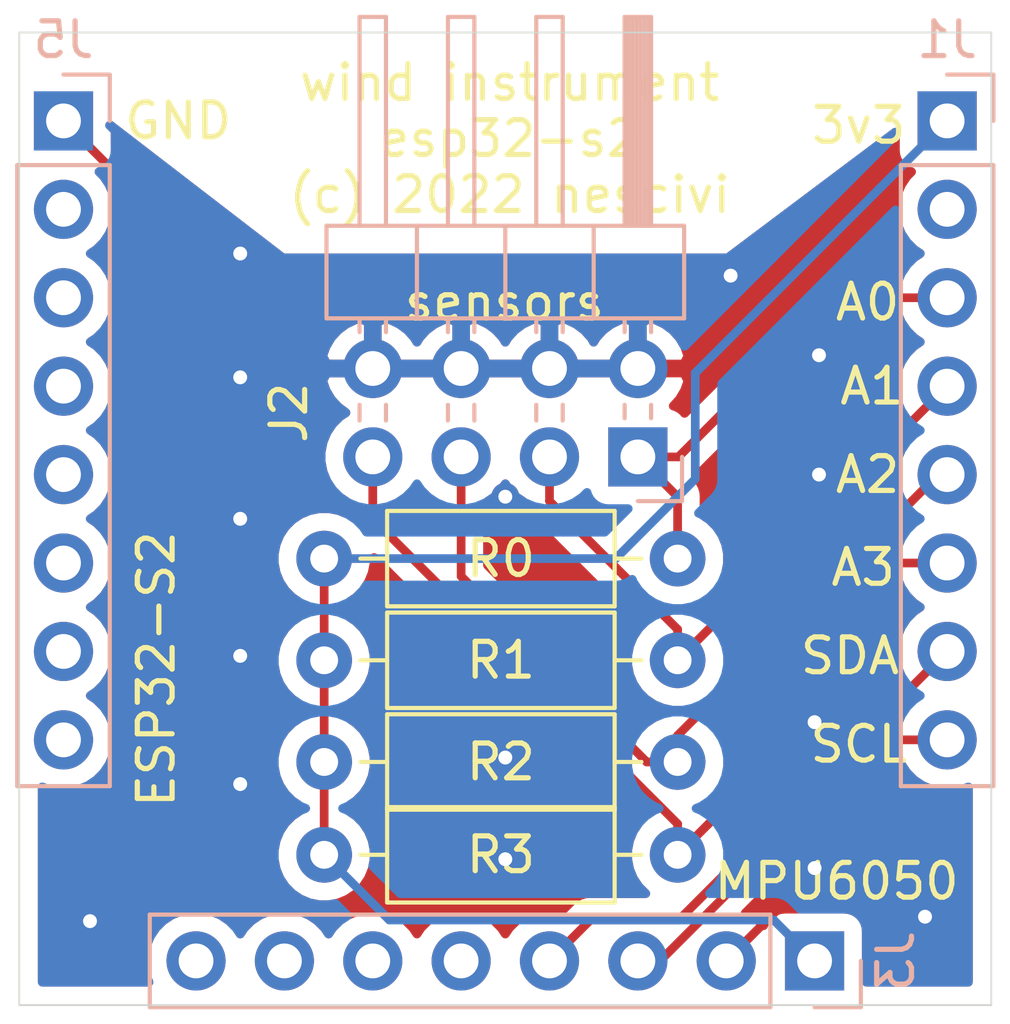
<source format=kicad_pcb>
(kicad_pcb (version 20171130) (host pcbnew 5.1.6-c6e7f7d~87~ubuntu18.04.1)

  (general
    (thickness 1.6)
    (drawings 13)
    (tracks 66)
    (zones 0)
    (modules 8)
    (nets 21)
  )

  (page A4)
  (layers
    (0 F.Cu signal)
    (31 B.Cu signal)
    (32 B.Adhes user)
    (33 F.Adhes user)
    (34 B.Paste user)
    (35 F.Paste user)
    (36 B.SilkS user)
    (37 F.SilkS user)
    (38 B.Mask user)
    (39 F.Mask user)
    (40 Dwgs.User user)
    (41 Cmts.User user)
    (42 Eco1.User user)
    (43 Eco2.User user)
    (44 Edge.Cuts user)
    (45 Margin user)
    (46 B.CrtYd user)
    (47 F.CrtYd user)
    (48 B.Fab user)
    (49 F.Fab user)
  )

  (setup
    (last_trace_width 0.25)
    (trace_clearance 0.2)
    (zone_clearance 0.508)
    (zone_45_only no)
    (trace_min 0.2)
    (via_size 0.8)
    (via_drill 0.4)
    (via_min_size 0.4)
    (via_min_drill 0.3)
    (uvia_size 0.3)
    (uvia_drill 0.1)
    (uvias_allowed no)
    (uvia_min_size 0.2)
    (uvia_min_drill 0.1)
    (edge_width 0.05)
    (segment_width 0.2)
    (pcb_text_width 0.3)
    (pcb_text_size 1.5 1.5)
    (mod_edge_width 0.12)
    (mod_text_size 1 1)
    (mod_text_width 0.15)
    (pad_size 1.524 1.524)
    (pad_drill 0.762)
    (pad_to_mask_clearance 0.05)
    (aux_axis_origin 0 0)
    (grid_origin 64.77 67.31)
    (visible_elements FFFFFF7F)
    (pcbplotparams
      (layerselection 0x010fc_ffffffff)
      (usegerberextensions false)
      (usegerberattributes true)
      (usegerberadvancedattributes true)
      (creategerberjobfile true)
      (excludeedgelayer true)
      (linewidth 0.100000)
      (plotframeref false)
      (viasonmask false)
      (mode 1)
      (useauxorigin false)
      (hpglpennumber 1)
      (hpglpenspeed 20)
      (hpglpendiameter 15.000000)
      (psnegative false)
      (psa4output false)
      (plotreference true)
      (plotvalue true)
      (plotinvisibletext false)
      (padsonsilk false)
      (subtractmaskfromsilk false)
      (outputformat 1)
      (mirror false)
      (drillshape 0)
      (scaleselection 1)
      (outputdirectory "gerber/"))
  )

  (net 0 "")
  (net 1 "Net-(J1-Pad2)")
  (net 2 "Net-(J3-Pad8)")
  (net 3 "Net-(J3-Pad7)")
  (net 4 "Net-(J3-Pad6)")
  (net 5 "Net-(J3-Pad5)")
  (net 6 "Net-(J5-Pad2)")
  (net 7 "Net-(J5-Pad3)")
  (net 8 "Net-(J5-Pad4)")
  (net 9 "Net-(J5-Pad5)")
  (net 10 "Net-(J5-Pad6)")
  (net 11 "Net-(J5-Pad7)")
  (net 12 "Net-(J5-Pad8)")
  (net 13 +3V3)
  (net 14 GND)
  (net 15 /A0)
  (net 16 /A1)
  (net 17 /A2)
  (net 18 /A3)
  (net 19 /SCL)
  (net 20 /SDA)

  (net_class Default "This is the default net class."
    (clearance 0.2)
    (trace_width 0.25)
    (via_dia 0.8)
    (via_drill 0.4)
    (uvia_dia 0.3)
    (uvia_drill 0.1)
    (add_net +3V3)
    (add_net /A0)
    (add_net /A1)
    (add_net /A2)
    (add_net /A3)
    (add_net /SCL)
    (add_net /SDA)
    (add_net GND)
    (add_net "Net-(J1-Pad2)")
    (add_net "Net-(J3-Pad5)")
    (add_net "Net-(J3-Pad6)")
    (add_net "Net-(J3-Pad7)")
    (add_net "Net-(J3-Pad8)")
    (add_net "Net-(J5-Pad2)")
    (add_net "Net-(J5-Pad3)")
    (add_net "Net-(J5-Pad4)")
    (add_net "Net-(J5-Pad5)")
    (add_net "Net-(J5-Pad6)")
    (add_net "Net-(J5-Pad7)")
    (add_net "Net-(J5-Pad8)")
  )

  (module Pinheader_2.54mm:PinHeader_1x08_P2.54mm_Vertical (layer B.Cu) (tedit 59FED5CC) (tstamp 629A5818)
    (at 87.63 66.04 90)
    (descr "Through hole straight pin header, 1x08, 2.54mm pitch, single row")
    (tags "Through hole pin header THT 1x08 2.54mm single row")
    (path /629A523B)
    (fp_text reference J3 (at 0 2.33 270) (layer B.SilkS)
      (effects (font (size 1 1) (thickness 0.15)) (justify mirror))
    )
    (fp_text value MPU6050 (at 2.286 0.635 180) (layer F.SilkS)
      (effects (font (size 1 1) (thickness 0.15)))
    )
    (fp_text user %R (at 0 -8.89) (layer B.Fab)
      (effects (font (size 1 1) (thickness 0.15)) (justify mirror))
    )
    (fp_line (start 1.8 1.8) (end -1.8 1.8) (layer B.CrtYd) (width 0.05))
    (fp_line (start 1.8 -19.55) (end 1.8 1.8) (layer B.CrtYd) (width 0.05))
    (fp_line (start -1.8 -19.55) (end 1.8 -19.55) (layer B.CrtYd) (width 0.05))
    (fp_line (start -1.8 1.8) (end -1.8 -19.55) (layer B.CrtYd) (width 0.05))
    (fp_line (start -1.33 1.33) (end 0 1.33) (layer B.SilkS) (width 0.12))
    (fp_line (start -1.33 0) (end -1.33 1.33) (layer B.SilkS) (width 0.12))
    (fp_line (start -1.33 -1.27) (end 1.33 -1.27) (layer B.SilkS) (width 0.12))
    (fp_line (start 1.33 -1.27) (end 1.33 -19.11) (layer B.SilkS) (width 0.12))
    (fp_line (start -1.33 -1.27) (end -1.33 -19.11) (layer B.SilkS) (width 0.12))
    (fp_line (start -1.33 -19.11) (end 1.33 -19.11) (layer B.SilkS) (width 0.12))
    (fp_line (start -1.27 0.635) (end -0.635 1.27) (layer B.Fab) (width 0.1))
    (fp_line (start -1.27 -19.05) (end -1.27 0.635) (layer B.Fab) (width 0.1))
    (fp_line (start 1.27 -19.05) (end -1.27 -19.05) (layer B.Fab) (width 0.1))
    (fp_line (start 1.27 1.27) (end 1.27 -19.05) (layer B.Fab) (width 0.1))
    (fp_line (start -0.635 1.27) (end 1.27 1.27) (layer B.Fab) (width 0.1))
    (pad 1 thru_hole rect (at 0 0 90) (size 1.7 1.7) (drill 1) (layers *.Cu *.Mask)
      (net 13 +3V3))
    (pad 2 thru_hole oval (at 0 -2.54 90) (size 1.7 1.7) (drill 1) (layers *.Cu *.Mask)
      (net 14 GND))
    (pad 3 thru_hole oval (at 0 -5.08 90) (size 1.7 1.7) (drill 1) (layers *.Cu *.Mask)
      (net 19 /SCL))
    (pad 4 thru_hole oval (at 0 -7.62 90) (size 1.7 1.7) (drill 1) (layers *.Cu *.Mask)
      (net 20 /SDA))
    (pad 5 thru_hole oval (at 0 -10.16 90) (size 1.7 1.7) (drill 1) (layers *.Cu *.Mask)
      (net 5 "Net-(J3-Pad5)"))
    (pad 6 thru_hole oval (at 0 -12.7 90) (size 1.7 1.7) (drill 1) (layers *.Cu *.Mask)
      (net 4 "Net-(J3-Pad6)"))
    (pad 7 thru_hole oval (at 0 -15.24 90) (size 1.7 1.7) (drill 1) (layers *.Cu *.Mask)
      (net 3 "Net-(J3-Pad7)"))
    (pad 8 thru_hole oval (at 0 -17.78 90) (size 1.7 1.7) (drill 1) (layers *.Cu *.Mask)
      (net 2 "Net-(J3-Pad8)"))
    (model ${KISYS3DMOD}/Connector_PinHeader_2.54mm.3dshapes/PinHeader_1x08_P2.54mm_Vertical.wrl
      (at (xyz 0 0 0))
      (scale (xyz 1 1 1))
      (rotate (xyz 0 0 0))
    )
  )

  (module Pinheader_2.54mm:PinHeader_2x04_P2.54mm_Horizontal (layer B.Cu) (tedit 59FED5CB) (tstamp 629A7F9A)
    (at 82.55 51.562 90)
    (descr "Through hole angled pin header, 2x04, 2.54mm pitch, 6mm pin length, double rows")
    (tags "Through hole angled pin header THT 2x04 2.54mm double row")
    (path /629C649E)
    (fp_text reference J2 (at 1.27 -10.033 90) (layer F.SilkS)
      (effects (font (size 1 1) (thickness 0.15)))
    )
    (fp_text value sensors (at 4.445 -3.8354 180) (layer F.SilkS)
      (effects (font (size 1 1) (thickness 0.15)))
    )
    (fp_line (start 13.1 1.8) (end -1.8 1.8) (layer B.CrtYd) (width 0.05))
    (fp_line (start 13.1 -9.4) (end 13.1 1.8) (layer B.CrtYd) (width 0.05))
    (fp_line (start -1.8 -9.4) (end 13.1 -9.4) (layer B.CrtYd) (width 0.05))
    (fp_line (start -1.8 1.8) (end -1.8 -9.4) (layer B.CrtYd) (width 0.05))
    (fp_line (start -1.27 1.27) (end 0 1.27) (layer B.SilkS) (width 0.12))
    (fp_line (start -1.27 0) (end -1.27 1.27) (layer B.SilkS) (width 0.12))
    (fp_line (start 1.042929 -8) (end 1.497071 -8) (layer B.SilkS) (width 0.12))
    (fp_line (start 1.042929 -7.24) (end 1.497071 -7.24) (layer B.SilkS) (width 0.12))
    (fp_line (start 3.582929 -8) (end 3.98 -8) (layer B.SilkS) (width 0.12))
    (fp_line (start 3.582929 -7.24) (end 3.98 -7.24) (layer B.SilkS) (width 0.12))
    (fp_line (start 12.64 -8) (end 6.64 -8) (layer B.SilkS) (width 0.12))
    (fp_line (start 12.64 -7.24) (end 12.64 -8) (layer B.SilkS) (width 0.12))
    (fp_line (start 6.64 -7.24) (end 12.64 -7.24) (layer B.SilkS) (width 0.12))
    (fp_line (start 3.98 -6.35) (end 6.64 -6.35) (layer B.SilkS) (width 0.12))
    (fp_line (start 1.042929 -5.46) (end 1.497071 -5.46) (layer B.SilkS) (width 0.12))
    (fp_line (start 1.042929 -4.7) (end 1.497071 -4.7) (layer B.SilkS) (width 0.12))
    (fp_line (start 3.582929 -5.46) (end 3.98 -5.46) (layer B.SilkS) (width 0.12))
    (fp_line (start 3.582929 -4.7) (end 3.98 -4.7) (layer B.SilkS) (width 0.12))
    (fp_line (start 12.64 -5.46) (end 6.64 -5.46) (layer B.SilkS) (width 0.12))
    (fp_line (start 12.64 -4.7) (end 12.64 -5.46) (layer B.SilkS) (width 0.12))
    (fp_line (start 6.64 -4.7) (end 12.64 -4.7) (layer B.SilkS) (width 0.12))
    (fp_line (start 3.98 -3.81) (end 6.64 -3.81) (layer B.SilkS) (width 0.12))
    (fp_line (start 1.042929 -2.92) (end 1.497071 -2.92) (layer B.SilkS) (width 0.12))
    (fp_line (start 1.042929 -2.16) (end 1.497071 -2.16) (layer B.SilkS) (width 0.12))
    (fp_line (start 3.582929 -2.92) (end 3.98 -2.92) (layer B.SilkS) (width 0.12))
    (fp_line (start 3.582929 -2.16) (end 3.98 -2.16) (layer B.SilkS) (width 0.12))
    (fp_line (start 12.64 -2.92) (end 6.64 -2.92) (layer B.SilkS) (width 0.12))
    (fp_line (start 12.64 -2.16) (end 12.64 -2.92) (layer B.SilkS) (width 0.12))
    (fp_line (start 6.64 -2.16) (end 12.64 -2.16) (layer B.SilkS) (width 0.12))
    (fp_line (start 3.98 -1.27) (end 6.64 -1.27) (layer B.SilkS) (width 0.12))
    (fp_line (start 1.11 -0.38) (end 1.497071 -0.38) (layer B.SilkS) (width 0.12))
    (fp_line (start 1.11 0.38) (end 1.497071 0.38) (layer B.SilkS) (width 0.12))
    (fp_line (start 3.582929 -0.38) (end 3.98 -0.38) (layer B.SilkS) (width 0.12))
    (fp_line (start 3.582929 0.38) (end 3.98 0.38) (layer B.SilkS) (width 0.12))
    (fp_line (start 6.64 -0.28) (end 12.64 -0.28) (layer B.SilkS) (width 0.12))
    (fp_line (start 6.64 -0.16) (end 12.64 -0.16) (layer B.SilkS) (width 0.12))
    (fp_line (start 6.64 -0.04) (end 12.64 -0.04) (layer B.SilkS) (width 0.12))
    (fp_line (start 6.64 0.08) (end 12.64 0.08) (layer B.SilkS) (width 0.12))
    (fp_line (start 6.64 0.2) (end 12.64 0.2) (layer B.SilkS) (width 0.12))
    (fp_line (start 6.64 0.32) (end 12.64 0.32) (layer B.SilkS) (width 0.12))
    (fp_line (start 12.64 -0.38) (end 6.64 -0.38) (layer B.SilkS) (width 0.12))
    (fp_line (start 12.64 0.38) (end 12.64 -0.38) (layer B.SilkS) (width 0.12))
    (fp_line (start 6.64 0.38) (end 12.64 0.38) (layer B.SilkS) (width 0.12))
    (fp_line (start 6.64 1.33) (end 3.98 1.33) (layer B.SilkS) (width 0.12))
    (fp_line (start 6.64 -8.95) (end 6.64 1.33) (layer B.SilkS) (width 0.12))
    (fp_line (start 3.98 -8.95) (end 6.64 -8.95) (layer B.SilkS) (width 0.12))
    (fp_line (start 3.98 1.33) (end 3.98 -8.95) (layer B.SilkS) (width 0.12))
    (fp_line (start 6.58 -7.94) (end 12.58 -7.94) (layer B.Fab) (width 0.1))
    (fp_line (start 12.58 -7.3) (end 12.58 -7.94) (layer B.Fab) (width 0.1))
    (fp_line (start 6.58 -7.3) (end 12.58 -7.3) (layer B.Fab) (width 0.1))
    (fp_line (start -0.32 -7.94) (end 4.04 -7.94) (layer B.Fab) (width 0.1))
    (fp_line (start -0.32 -7.3) (end -0.32 -7.94) (layer B.Fab) (width 0.1))
    (fp_line (start -0.32 -7.3) (end 4.04 -7.3) (layer B.Fab) (width 0.1))
    (fp_line (start 6.58 -5.4) (end 12.58 -5.4) (layer B.Fab) (width 0.1))
    (fp_line (start 12.58 -4.76) (end 12.58 -5.4) (layer B.Fab) (width 0.1))
    (fp_line (start 6.58 -4.76) (end 12.58 -4.76) (layer B.Fab) (width 0.1))
    (fp_line (start -0.32 -5.4) (end 4.04 -5.4) (layer B.Fab) (width 0.1))
    (fp_line (start -0.32 -4.76) (end -0.32 -5.4) (layer B.Fab) (width 0.1))
    (fp_line (start -0.32 -4.76) (end 4.04 -4.76) (layer B.Fab) (width 0.1))
    (fp_line (start 6.58 -2.86) (end 12.58 -2.86) (layer B.Fab) (width 0.1))
    (fp_line (start 12.58 -2.22) (end 12.58 -2.86) (layer B.Fab) (width 0.1))
    (fp_line (start 6.58 -2.22) (end 12.58 -2.22) (layer B.Fab) (width 0.1))
    (fp_line (start -0.32 -2.86) (end 4.04 -2.86) (layer B.Fab) (width 0.1))
    (fp_line (start -0.32 -2.22) (end -0.32 -2.86) (layer B.Fab) (width 0.1))
    (fp_line (start -0.32 -2.22) (end 4.04 -2.22) (layer B.Fab) (width 0.1))
    (fp_line (start 6.58 -0.32) (end 12.58 -0.32) (layer B.Fab) (width 0.1))
    (fp_line (start 12.58 0.32) (end 12.58 -0.32) (layer B.Fab) (width 0.1))
    (fp_line (start 6.58 0.32) (end 12.58 0.32) (layer B.Fab) (width 0.1))
    (fp_line (start -0.32 -0.32) (end 4.04 -0.32) (layer B.Fab) (width 0.1))
    (fp_line (start -0.32 0.32) (end -0.32 -0.32) (layer B.Fab) (width 0.1))
    (fp_line (start -0.32 0.32) (end 4.04 0.32) (layer B.Fab) (width 0.1))
    (fp_line (start 4.04 0.635) (end 4.675 1.27) (layer B.Fab) (width 0.1))
    (fp_line (start 4.04 -8.89) (end 4.04 0.635) (layer B.Fab) (width 0.1))
    (fp_line (start 6.58 -8.89) (end 4.04 -8.89) (layer B.Fab) (width 0.1))
    (fp_line (start 6.58 1.27) (end 6.58 -8.89) (layer B.Fab) (width 0.1))
    (fp_line (start 4.675 1.27) (end 6.58 1.27) (layer B.Fab) (width 0.1))
    (fp_text user %R (at 5.31 -3.81) (layer B.Fab)
      (effects (font (size 1 1) (thickness 0.15)) (justify mirror))
    )
    (pad 1 thru_hole rect (at 0 0 90) (size 1.7 1.7) (drill 1) (layers *.Cu *.Mask)
      (net 15 /A0))
    (pad 2 thru_hole oval (at 2.54 0 90) (size 1.7 1.7) (drill 1) (layers *.Cu *.Mask)
      (net 14 GND))
    (pad 3 thru_hole oval (at 0 -2.54 90) (size 1.7 1.7) (drill 1) (layers *.Cu *.Mask)
      (net 16 /A1))
    (pad 4 thru_hole oval (at 2.54 -2.54 90) (size 1.7 1.7) (drill 1) (layers *.Cu *.Mask)
      (net 14 GND))
    (pad 5 thru_hole oval (at 0 -5.08 90) (size 1.7 1.7) (drill 1) (layers *.Cu *.Mask)
      (net 17 /A2))
    (pad 6 thru_hole oval (at 2.54 -5.08 90) (size 1.7 1.7) (drill 1) (layers *.Cu *.Mask)
      (net 14 GND))
    (pad 7 thru_hole oval (at 0 -7.62 90) (size 1.7 1.7) (drill 1) (layers *.Cu *.Mask)
      (net 18 /A3))
    (pad 8 thru_hole oval (at 2.54 -7.62 90) (size 1.7 1.7) (drill 1) (layers *.Cu *.Mask)
      (net 14 GND))
    (model ${KISYS3DMOD}/Connector_PinHeader_2.54mm.3dshapes/PinHeader_2x04_P2.54mm_Horizontal.wrl
      (at (xyz 0 0 0))
      (scale (xyz 1 1 1))
      (rotate (xyz 0 0 0))
    )
  )

  (module Pinheader_2.54mm:PinHeader_1x08_P2.54mm_Vertical (layer B.Cu) (tedit 59FED5CC) (tstamp 629A523D)
    (at 91.44 41.91 180)
    (descr "Through hole straight pin header, 1x08, 2.54mm pitch, single row")
    (tags "Through hole pin header THT 1x08 2.54mm single row")
    (path /629A4657)
    (fp_text reference J1 (at 0 2.33) (layer B.SilkS)
      (effects (font (size 1 1) (thickness 0.15)) (justify mirror))
    )
    (fp_text value ESP32-S2 (at 2.54 -15.367 90) (layer F.Fab)
      (effects (font (size 1 1) (thickness 0.15)))
    )
    (fp_line (start 1.8 1.8) (end -1.8 1.8) (layer B.CrtYd) (width 0.05))
    (fp_line (start 1.8 -19.55) (end 1.8 1.8) (layer B.CrtYd) (width 0.05))
    (fp_line (start -1.8 -19.55) (end 1.8 -19.55) (layer B.CrtYd) (width 0.05))
    (fp_line (start -1.8 1.8) (end -1.8 -19.55) (layer B.CrtYd) (width 0.05))
    (fp_line (start -1.33 1.33) (end 0 1.33) (layer B.SilkS) (width 0.12))
    (fp_line (start -1.33 0) (end -1.33 1.33) (layer B.SilkS) (width 0.12))
    (fp_line (start -1.33 -1.27) (end 1.33 -1.27) (layer B.SilkS) (width 0.12))
    (fp_line (start 1.33 -1.27) (end 1.33 -19.11) (layer B.SilkS) (width 0.12))
    (fp_line (start -1.33 -1.27) (end -1.33 -19.11) (layer B.SilkS) (width 0.12))
    (fp_line (start -1.33 -19.11) (end 1.33 -19.11) (layer B.SilkS) (width 0.12))
    (fp_line (start -1.27 0.635) (end -0.635 1.27) (layer B.Fab) (width 0.1))
    (fp_line (start -1.27 -19.05) (end -1.27 0.635) (layer B.Fab) (width 0.1))
    (fp_line (start 1.27 -19.05) (end -1.27 -19.05) (layer B.Fab) (width 0.1))
    (fp_line (start 1.27 1.27) (end 1.27 -19.05) (layer B.Fab) (width 0.1))
    (fp_line (start -0.635 1.27) (end 1.27 1.27) (layer B.Fab) (width 0.1))
    (fp_text user %R (at 0 -8.89 270) (layer B.Fab)
      (effects (font (size 1 1) (thickness 0.15)) (justify mirror))
    )
    (pad 1 thru_hole rect (at 0 0 180) (size 1.7 1.7) (drill 1) (layers *.Cu *.Mask)
      (net 13 +3V3))
    (pad 2 thru_hole oval (at 0 -2.54 180) (size 1.7 1.7) (drill 1) (layers *.Cu *.Mask)
      (net 1 "Net-(J1-Pad2)"))
    (pad 3 thru_hole oval (at 0 -5.08 180) (size 1.7 1.7) (drill 1) (layers *.Cu *.Mask)
      (net 15 /A0))
    (pad 4 thru_hole oval (at 0 -7.62 180) (size 1.7 1.7) (drill 1) (layers *.Cu *.Mask)
      (net 16 /A1))
    (pad 5 thru_hole oval (at 0 -10.16 180) (size 1.7 1.7) (drill 1) (layers *.Cu *.Mask)
      (net 17 /A2))
    (pad 6 thru_hole oval (at 0 -12.7 180) (size 1.7 1.7) (drill 1) (layers *.Cu *.Mask)
      (net 18 /A3))
    (pad 7 thru_hole oval (at 0 -15.24 180) (size 1.7 1.7) (drill 1) (layers *.Cu *.Mask)
      (net 20 /SDA))
    (pad 8 thru_hole oval (at 0 -17.78 180) (size 1.7 1.7) (drill 1) (layers *.Cu *.Mask)
      (net 19 /SCL))
    (model ${KISYS3DMOD}/Connector_PinHeader_2.54mm.3dshapes/PinHeader_1x08_P2.54mm_Vertical.wrl
      (at (xyz 0 0 0))
      (scale (xyz 1 1 1))
      (rotate (xyz 0 0 0))
    )
  )

  (module Pinheader_2.54mm:PinHeader_1x08_P2.54mm_Vertical (layer B.Cu) (tedit 59FED5CC) (tstamp 629E29FF)
    (at 66.04 41.91 180)
    (descr "Through hole straight pin header, 1x08, 2.54mm pitch, single row")
    (tags "Through hole pin header THT 1x08 2.54mm single row")
    (path /629A4C90)
    (fp_text reference J5 (at 0 2.33) (layer B.SilkS)
      (effects (font (size 1 1) (thickness 0.15)) (justify mirror))
    )
    (fp_text value ESP32-S2 (at -2.667 -15.748 270) (layer F.SilkS)
      (effects (font (size 1 1) (thickness 0.15)))
    )
    (fp_text user %R (at 0 -8.89 270) (layer B.Fab)
      (effects (font (size 1 1) (thickness 0.15)) (justify mirror))
    )
    (fp_line (start -0.635 1.27) (end 1.27 1.27) (layer B.Fab) (width 0.1))
    (fp_line (start 1.27 1.27) (end 1.27 -19.05) (layer B.Fab) (width 0.1))
    (fp_line (start 1.27 -19.05) (end -1.27 -19.05) (layer B.Fab) (width 0.1))
    (fp_line (start -1.27 -19.05) (end -1.27 0.635) (layer B.Fab) (width 0.1))
    (fp_line (start -1.27 0.635) (end -0.635 1.27) (layer B.Fab) (width 0.1))
    (fp_line (start -1.33 -19.11) (end 1.33 -19.11) (layer B.SilkS) (width 0.12))
    (fp_line (start -1.33 -1.27) (end -1.33 -19.11) (layer B.SilkS) (width 0.12))
    (fp_line (start 1.33 -1.27) (end 1.33 -19.11) (layer B.SilkS) (width 0.12))
    (fp_line (start -1.33 -1.27) (end 1.33 -1.27) (layer B.SilkS) (width 0.12))
    (fp_line (start -1.33 0) (end -1.33 1.33) (layer B.SilkS) (width 0.12))
    (fp_line (start -1.33 1.33) (end 0 1.33) (layer B.SilkS) (width 0.12))
    (fp_line (start -1.8 1.8) (end -1.8 -19.55) (layer B.CrtYd) (width 0.05))
    (fp_line (start -1.8 -19.55) (end 1.8 -19.55) (layer B.CrtYd) (width 0.05))
    (fp_line (start 1.8 -19.55) (end 1.8 1.8) (layer B.CrtYd) (width 0.05))
    (fp_line (start 1.8 1.8) (end -1.8 1.8) (layer B.CrtYd) (width 0.05))
    (pad 8 thru_hole oval (at 0 -17.78 180) (size 1.7 1.7) (drill 1) (layers *.Cu *.Mask)
      (net 12 "Net-(J5-Pad8)"))
    (pad 7 thru_hole oval (at 0 -15.24 180) (size 1.7 1.7) (drill 1) (layers *.Cu *.Mask)
      (net 11 "Net-(J5-Pad7)"))
    (pad 6 thru_hole oval (at 0 -12.7 180) (size 1.7 1.7) (drill 1) (layers *.Cu *.Mask)
      (net 10 "Net-(J5-Pad6)"))
    (pad 5 thru_hole oval (at 0 -10.16 180) (size 1.7 1.7) (drill 1) (layers *.Cu *.Mask)
      (net 9 "Net-(J5-Pad5)"))
    (pad 4 thru_hole oval (at 0 -7.62 180) (size 1.7 1.7) (drill 1) (layers *.Cu *.Mask)
      (net 8 "Net-(J5-Pad4)"))
    (pad 3 thru_hole oval (at 0 -5.08 180) (size 1.7 1.7) (drill 1) (layers *.Cu *.Mask)
      (net 7 "Net-(J5-Pad3)"))
    (pad 2 thru_hole oval (at 0 -2.54 180) (size 1.7 1.7) (drill 1) (layers *.Cu *.Mask)
      (net 6 "Net-(J5-Pad2)"))
    (pad 1 thru_hole rect (at 0 0 180) (size 1.7 1.7) (drill 1) (layers *.Cu *.Mask)
      (net 14 GND))
    (model ${KISYS3DMOD}/Connector_PinHeader_2.54mm.3dshapes/PinHeader_1x08_P2.54mm_Vertical.wrl
      (at (xyz 0 0 0))
      (scale (xyz 1 1 1))
      (rotate (xyz 0 0 0))
    )
  )

  (module Resistors_THT:R_Axial_DIN0207_L6.3mm_D2.5mm_P10.16mm_Horizontal (layer F.Cu) (tedit 5AE5139B) (tstamp 629E32D7)
    (at 73.533 54.483)
    (descr "Resistor, Axial_DIN0207 series, Axial, Horizontal, pin pitch=10.16mm, 0.25W = 1/4W, length*diameter=6.3*2.5mm^2, http://cdn-reichelt.de/documents/datenblatt/B400/1_4W%23YAG.pdf")
    (tags "Resistor Axial_DIN0207 series Axial Horizontal pin pitch 10.16mm 0.25W = 1/4W length 6.3mm diameter 2.5mm")
    (path /629AEE42)
    (fp_text reference R0 (at 5.08 0) (layer F.SilkS)
      (effects (font (size 1 1) (thickness 0.15)))
    )
    (fp_text value R_Small (at 5.08 2.37) (layer F.Fab)
      (effects (font (size 1 1) (thickness 0.15)))
    )
    (fp_line (start 11.21 -1.5) (end -1.05 -1.5) (layer F.CrtYd) (width 0.05))
    (fp_line (start 11.21 1.5) (end 11.21 -1.5) (layer F.CrtYd) (width 0.05))
    (fp_line (start -1.05 1.5) (end 11.21 1.5) (layer F.CrtYd) (width 0.05))
    (fp_line (start -1.05 -1.5) (end -1.05 1.5) (layer F.CrtYd) (width 0.05))
    (fp_line (start 9.12 0) (end 8.35 0) (layer F.SilkS) (width 0.12))
    (fp_line (start 1.04 0) (end 1.81 0) (layer F.SilkS) (width 0.12))
    (fp_line (start 8.35 -1.37) (end 1.81 -1.37) (layer F.SilkS) (width 0.12))
    (fp_line (start 8.35 1.37) (end 8.35 -1.37) (layer F.SilkS) (width 0.12))
    (fp_line (start 1.81 1.37) (end 8.35 1.37) (layer F.SilkS) (width 0.12))
    (fp_line (start 1.81 -1.37) (end 1.81 1.37) (layer F.SilkS) (width 0.12))
    (fp_line (start 10.16 0) (end 8.23 0) (layer F.Fab) (width 0.1))
    (fp_line (start 0 0) (end 1.93 0) (layer F.Fab) (width 0.1))
    (fp_line (start 8.23 -1.25) (end 1.93 -1.25) (layer F.Fab) (width 0.1))
    (fp_line (start 8.23 1.25) (end 8.23 -1.25) (layer F.Fab) (width 0.1))
    (fp_line (start 1.93 1.25) (end 8.23 1.25) (layer F.Fab) (width 0.1))
    (fp_line (start 1.93 -1.25) (end 1.93 1.25) (layer F.Fab) (width 0.1))
    (fp_text user %R (at 5.08 0) (layer F.Fab)
      (effects (font (size 1 1) (thickness 0.15)))
    )
    (pad 1 thru_hole circle (at 0 0) (size 1.6 1.6) (drill 0.8) (layers *.Cu *.Mask)
      (net 13 +3V3))
    (pad 2 thru_hole oval (at 10.16 0) (size 1.6 1.6) (drill 0.8) (layers *.Cu *.Mask)
      (net 15 /A0))
    (model ${KISYS3DMOD}/Resistor_THT.3dshapes/R_Axial_DIN0207_L6.3mm_D2.5mm_P10.16mm_Horizontal.wrl
      (at (xyz 0 0 0))
      (scale (xyz 1 1 1))
      (rotate (xyz 0 0 0))
    )
  )

  (module Resistors_THT:R_Axial_DIN0207_L6.3mm_D2.5mm_P10.16mm_Horizontal (layer F.Cu) (tedit 5AE5139B) (tstamp 629E32ED)
    (at 73.533 57.404)
    (descr "Resistor, Axial_DIN0207 series, Axial, Horizontal, pin pitch=10.16mm, 0.25W = 1/4W, length*diameter=6.3*2.5mm^2, http://cdn-reichelt.de/documents/datenblatt/B400/1_4W%23YAG.pdf")
    (tags "Resistor Axial_DIN0207 series Axial Horizontal pin pitch 10.16mm 0.25W = 1/4W length 6.3mm diameter 2.5mm")
    (path /629AF446)
    (fp_text reference R1 (at 5.08 0) (layer F.SilkS)
      (effects (font (size 1 1) (thickness 0.15)))
    )
    (fp_text value R_Small (at 5.08 2.37) (layer F.Fab)
      (effects (font (size 1 1) (thickness 0.15)))
    )
    (fp_text user %R (at 5.08 0) (layer F.Fab)
      (effects (font (size 1 1) (thickness 0.15)))
    )
    (fp_line (start 1.93 -1.25) (end 1.93 1.25) (layer F.Fab) (width 0.1))
    (fp_line (start 1.93 1.25) (end 8.23 1.25) (layer F.Fab) (width 0.1))
    (fp_line (start 8.23 1.25) (end 8.23 -1.25) (layer F.Fab) (width 0.1))
    (fp_line (start 8.23 -1.25) (end 1.93 -1.25) (layer F.Fab) (width 0.1))
    (fp_line (start 0 0) (end 1.93 0) (layer F.Fab) (width 0.1))
    (fp_line (start 10.16 0) (end 8.23 0) (layer F.Fab) (width 0.1))
    (fp_line (start 1.81 -1.37) (end 1.81 1.37) (layer F.SilkS) (width 0.12))
    (fp_line (start 1.81 1.37) (end 8.35 1.37) (layer F.SilkS) (width 0.12))
    (fp_line (start 8.35 1.37) (end 8.35 -1.37) (layer F.SilkS) (width 0.12))
    (fp_line (start 8.35 -1.37) (end 1.81 -1.37) (layer F.SilkS) (width 0.12))
    (fp_line (start 1.04 0) (end 1.81 0) (layer F.SilkS) (width 0.12))
    (fp_line (start 9.12 0) (end 8.35 0) (layer F.SilkS) (width 0.12))
    (fp_line (start -1.05 -1.5) (end -1.05 1.5) (layer F.CrtYd) (width 0.05))
    (fp_line (start -1.05 1.5) (end 11.21 1.5) (layer F.CrtYd) (width 0.05))
    (fp_line (start 11.21 1.5) (end 11.21 -1.5) (layer F.CrtYd) (width 0.05))
    (fp_line (start 11.21 -1.5) (end -1.05 -1.5) (layer F.CrtYd) (width 0.05))
    (pad 2 thru_hole oval (at 10.16 0) (size 1.6 1.6) (drill 0.8) (layers *.Cu *.Mask)
      (net 16 /A1))
    (pad 1 thru_hole circle (at 0 0) (size 1.6 1.6) (drill 0.8) (layers *.Cu *.Mask)
      (net 13 +3V3))
    (model ${KISYS3DMOD}/Resistor_THT.3dshapes/R_Axial_DIN0207_L6.3mm_D2.5mm_P10.16mm_Horizontal.wrl
      (at (xyz 0 0 0))
      (scale (xyz 1 1 1))
      (rotate (xyz 0 0 0))
    )
  )

  (module Resistors_THT:R_Axial_DIN0207_L6.3mm_D2.5mm_P10.16mm_Horizontal (layer F.Cu) (tedit 5AE5139B) (tstamp 629E3303)
    (at 73.533 60.325)
    (descr "Resistor, Axial_DIN0207 series, Axial, Horizontal, pin pitch=10.16mm, 0.25W = 1/4W, length*diameter=6.3*2.5mm^2, http://cdn-reichelt.de/documents/datenblatt/B400/1_4W%23YAG.pdf")
    (tags "Resistor Axial_DIN0207 series Axial Horizontal pin pitch 10.16mm 0.25W = 1/4W length 6.3mm diameter 2.5mm")
    (path /629AFC32)
    (fp_text reference R2 (at 5.08 0) (layer F.SilkS)
      (effects (font (size 1 1) (thickness 0.15)))
    )
    (fp_text value R_Small (at 5.08 2.37 180) (layer F.Fab)
      (effects (font (size 1 1) (thickness 0.15)))
    )
    (fp_line (start 11.21 -1.5) (end -1.05 -1.5) (layer F.CrtYd) (width 0.05))
    (fp_line (start 11.21 1.5) (end 11.21 -1.5) (layer F.CrtYd) (width 0.05))
    (fp_line (start -1.05 1.5) (end 11.21 1.5) (layer F.CrtYd) (width 0.05))
    (fp_line (start -1.05 -1.5) (end -1.05 1.5) (layer F.CrtYd) (width 0.05))
    (fp_line (start 9.12 0) (end 8.35 0) (layer F.SilkS) (width 0.12))
    (fp_line (start 1.04 0) (end 1.81 0) (layer F.SilkS) (width 0.12))
    (fp_line (start 8.35 -1.37) (end 1.81 -1.37) (layer F.SilkS) (width 0.12))
    (fp_line (start 8.35 1.37) (end 8.35 -1.37) (layer F.SilkS) (width 0.12))
    (fp_line (start 1.81 1.37) (end 8.35 1.37) (layer F.SilkS) (width 0.12))
    (fp_line (start 1.81 -1.37) (end 1.81 1.37) (layer F.SilkS) (width 0.12))
    (fp_line (start 10.16 0) (end 8.23 0) (layer F.Fab) (width 0.1))
    (fp_line (start 0 0) (end 1.93 0) (layer F.Fab) (width 0.1))
    (fp_line (start 8.23 -1.25) (end 1.93 -1.25) (layer F.Fab) (width 0.1))
    (fp_line (start 8.23 1.25) (end 8.23 -1.25) (layer F.Fab) (width 0.1))
    (fp_line (start 1.93 1.25) (end 8.23 1.25) (layer F.Fab) (width 0.1))
    (fp_line (start 1.93 -1.25) (end 1.93 1.25) (layer F.Fab) (width 0.1))
    (fp_text user %R (at 5.08 0) (layer F.Fab)
      (effects (font (size 1 1) (thickness 0.15)))
    )
    (pad 1 thru_hole circle (at 0 0) (size 1.6 1.6) (drill 0.8) (layers *.Cu *.Mask)
      (net 13 +3V3))
    (pad 2 thru_hole oval (at 10.16 0) (size 1.6 1.6) (drill 0.8) (layers *.Cu *.Mask)
      (net 17 /A2))
    (model ${KISYS3DMOD}/Resistor_THT.3dshapes/R_Axial_DIN0207_L6.3mm_D2.5mm_P10.16mm_Horizontal.wrl
      (at (xyz 0 0 0))
      (scale (xyz 1 1 1))
      (rotate (xyz 0 0 0))
    )
  )

  (module Resistors_THT:R_Axial_DIN0207_L6.3mm_D2.5mm_P10.16mm_Horizontal (layer F.Cu) (tedit 5AE5139B) (tstamp 629E3319)
    (at 73.533 62.992)
    (descr "Resistor, Axial_DIN0207 series, Axial, Horizontal, pin pitch=10.16mm, 0.25W = 1/4W, length*diameter=6.3*2.5mm^2, http://cdn-reichelt.de/documents/datenblatt/B400/1_4W%23YAG.pdf")
    (tags "Resistor Axial_DIN0207 series Axial Horizontal pin pitch 10.16mm 0.25W = 1/4W length 6.3mm diameter 2.5mm")
    (path /629B0121)
    (fp_text reference R3 (at 5.08 0) (layer F.SilkS)
      (effects (font (size 1 1) (thickness 0.15)))
    )
    (fp_text value R_Small (at 5.08 2.37) (layer F.Fab)
      (effects (font (size 1 1) (thickness 0.15)))
    )
    (fp_text user %R (at 5.08 0) (layer F.Fab)
      (effects (font (size 1 1) (thickness 0.15)))
    )
    (fp_line (start 1.93 -1.25) (end 1.93 1.25) (layer F.Fab) (width 0.1))
    (fp_line (start 1.93 1.25) (end 8.23 1.25) (layer F.Fab) (width 0.1))
    (fp_line (start 8.23 1.25) (end 8.23 -1.25) (layer F.Fab) (width 0.1))
    (fp_line (start 8.23 -1.25) (end 1.93 -1.25) (layer F.Fab) (width 0.1))
    (fp_line (start 0 0) (end 1.93 0) (layer F.Fab) (width 0.1))
    (fp_line (start 10.16 0) (end 8.23 0) (layer F.Fab) (width 0.1))
    (fp_line (start 1.81 -1.37) (end 1.81 1.37) (layer F.SilkS) (width 0.12))
    (fp_line (start 1.81 1.37) (end 8.35 1.37) (layer F.SilkS) (width 0.12))
    (fp_line (start 8.35 1.37) (end 8.35 -1.37) (layer F.SilkS) (width 0.12))
    (fp_line (start 8.35 -1.37) (end 1.81 -1.37) (layer F.SilkS) (width 0.12))
    (fp_line (start 1.04 0) (end 1.81 0) (layer F.SilkS) (width 0.12))
    (fp_line (start 9.12 0) (end 8.35 0) (layer F.SilkS) (width 0.12))
    (fp_line (start -1.05 -1.5) (end -1.05 1.5) (layer F.CrtYd) (width 0.05))
    (fp_line (start -1.05 1.5) (end 11.21 1.5) (layer F.CrtYd) (width 0.05))
    (fp_line (start 11.21 1.5) (end 11.21 -1.5) (layer F.CrtYd) (width 0.05))
    (fp_line (start 11.21 -1.5) (end -1.05 -1.5) (layer F.CrtYd) (width 0.05))
    (pad 2 thru_hole oval (at 10.16 0) (size 1.6 1.6) (drill 0.8) (layers *.Cu *.Mask)
      (net 18 /A3))
    (pad 1 thru_hole circle (at 0 0) (size 1.6 1.6) (drill 0.8) (layers *.Cu *.Mask)
      (net 13 +3V3))
    (model ${KISYS3DMOD}/Resistor_THT.3dshapes/R_Axial_DIN0207_L6.3mm_D2.5mm_P10.16mm_Horizontal.wrl
      (at (xyz 0 0 0))
      (scale (xyz 1 1 1))
      (rotate (xyz 0 0 0))
    )
  )

  (gr_text GND (at 69.342 41.91) (layer F.SilkS)
    (effects (font (size 1 1) (thickness 0.15)))
  )
  (gr_text 3v3 (at 88.9 42.037) (layer F.SilkS) (tstamp 629E298A)
    (effects (font (size 1 1) (thickness 0.15)))
  )
  (gr_text A3 (at 89.027 54.737) (layer F.SilkS) (tstamp 629E2981)
    (effects (font (size 1 1) (thickness 0.15)))
  )
  (gr_text A2 (at 89.154 52.07) (layer F.SilkS) (tstamp 629E2984)
    (effects (font (size 1 1) (thickness 0.15)))
  )
  (gr_text A1 (at 89.281 49.53) (layer F.SilkS) (tstamp 629E2987)
    (effects (font (size 1 1) (thickness 0.15)))
  )
  (gr_text A0 (at 89.154 47.117) (layer F.SilkS) (tstamp 629E297B)
    (effects (font (size 1 1) (thickness 0.15)))
  )
  (gr_text SCL (at 88.9 59.817) (layer F.SilkS) (tstamp 629E297E)
    (effects (font (size 1 1) (thickness 0.15)))
  )
  (gr_text SDA (at 88.646 57.277) (layer F.SilkS) (tstamp 629E298D)
    (effects (font (size 1 1) (thickness 0.15)))
  )
  (gr_text "wind instrument\nesp32-s2\n(c) 2022 nescivi" (at 78.867 42.418) (layer F.SilkS)
    (effects (font (size 1 1) (thickness 0.15)))
  )
  (gr_line (start 64.77 39.37) (end 64.77 67.31) (layer Edge.Cuts) (width 0.05) (tstamp 629A830C))
  (gr_line (start 92.71 39.37) (end 64.77 39.37) (layer Edge.Cuts) (width 0.05))
  (gr_line (start 92.71 67.31) (end 92.71 39.37) (layer Edge.Cuts) (width 0.05))
  (gr_line (start 64.77 67.31) (end 92.71 67.31) (layer Edge.Cuts) (width 0.05))

  (segment (start 73.533 54.483) (end 73.533 57.404) (width 0.25) (layer F.Cu) (net 13))
  (segment (start 73.533 57.404) (end 73.533 60.325) (width 0.25) (layer F.Cu) (net 13))
  (segment (start 73.533 60.325) (end 73.533 62.992) (width 0.25) (layer F.Cu) (net 13))
  (segment (start 86.454999 64.864999) (end 75.405999 64.864999) (width 0.25) (layer B.Cu) (net 13))
  (segment (start 75.405999 64.864999) (end 73.533 62.992) (width 0.25) (layer B.Cu) (net 13))
  (segment (start 87.63 66.04) (end 86.454999 64.864999) (width 0.25) (layer B.Cu) (net 13))
  (segment (start 84.200002 49.149998) (end 91.44 41.91) (width 0.25) (layer B.Cu) (net 13))
  (segment (start 84.200002 52.197) (end 84.200002 49.149998) (width 0.25) (layer B.Cu) (net 13))
  (segment (start 73.533 54.483) (end 81.914002 54.483) (width 0.25) (layer B.Cu) (net 13))
  (segment (start 81.914002 54.483) (end 84.200002 52.197) (width 0.25) (layer B.Cu) (net 13))
  (segment (start 82.55 51.94441) (end 82.55 51.562) (width 0.25) (layer F.Cu) (net 15))
  (via (at 71.12 45.72) (size 0.8) (drill 0.4) (layers F.Cu B.Cu) (net 14))
  (via (at 78.74 52.705) (size 0.8) (drill 0.4) (layers F.Cu B.Cu) (net 14))
  (via (at 66.802 64.897) (size 0.8) (drill 0.4) (layers F.Cu B.Cu) (net 14))
  (segment (start 74.93 49.022) (end 77.47 49.022) (width 0.25) (layer F.Cu) (net 14))
  (segment (start 77.47 49.022) (end 80.01 49.022) (width 0.25) (layer F.Cu) (net 14))
  (segment (start 80.01 49.022) (end 82.55 49.022) (width 0.25) (layer F.Cu) (net 14))
  (via (at 71.12 49.276) (size 0.8) (drill 0.4) (layers F.Cu B.Cu) (net 14))
  (via (at 71.12 53.34) (size 0.8) (drill 0.4) (layers F.Cu B.Cu) (net 14))
  (segment (start 73.152 49.022) (end 66.04 41.91) (width 0.25) (layer F.Cu) (net 14))
  (segment (start 74.93 49.022) (end 73.152 49.022) (width 0.25) (layer F.Cu) (net 14))
  (via (at 87.63 63.373) (size 0.8) (drill 0.4) (layers F.Cu B.Cu) (net 14))
  (segment (start 85.09 66.04) (end 87.63 63.5) (width 0.25) (layer F.Cu) (net 14))
  (segment (start 87.63 63.5) (end 87.63 63.373) (width 0.25) (layer F.Cu) (net 14))
  (via (at 87.756996 52.07) (size 0.8) (drill 0.4) (layers F.Cu B.Cu) (net 14))
  (segment (start 87.63 52.196996) (end 87.756996 52.07) (width 0.25) (layer B.Cu) (net 14))
  (segment (start 87.63 63.373) (end 87.63 59.182) (width 0.25) (layer B.Cu) (net 14))
  (segment (start 87.63 59.182) (end 87.63 52.196996) (width 0.25) (layer B.Cu) (net 14) (tstamp 629E36F1))
  (via (at 87.63 59.182) (size 0.8) (drill 0.4) (layers F.Cu B.Cu) (net 14))
  (via (at 78.74 60.198) (size 0.8) (drill 0.4) (layers F.Cu B.Cu) (net 14))
  (via (at 78.74 63.119) (size 0.8) (drill 0.4) (layers F.Cu B.Cu) (net 14))
  (via (at 71.12 57.277) (size 0.8) (drill 0.4) (layers F.Cu B.Cu) (net 14))
  (via (at 71.12 60.96) (size 0.8) (drill 0.4) (layers F.Cu B.Cu) (net 14))
  (via (at 90.805 64.77) (size 0.8) (drill 0.4) (layers F.Cu B.Cu) (net 14))
  (via (at 87.757 48.641) (size 0.8) (drill 0.4) (layers F.Cu B.Cu) (net 14))
  (via (at 85.217 46.355) (size 0.8) (drill 0.4) (layers F.Cu B.Cu) (net 14))
  (segment (start 88.289 46.99) (end 91.44 46.99) (width 0.25) (layer F.Cu) (net 15))
  (segment (start 83.717 51.562) (end 88.289 46.99) (width 0.25) (layer F.Cu) (net 15))
  (segment (start 82.55 51.562) (end 83.717 51.562) (width 0.25) (layer F.Cu) (net 15))
  (segment (start 83.693 52.705) (end 82.55 51.562) (width 0.25) (layer F.Cu) (net 15))
  (segment (start 83.693 54.483) (end 83.693 52.705) (width 0.25) (layer F.Cu) (net 15))
  (segment (start 83.693 57.404) (end 89.408 51.689) (width 0.25) (layer F.Cu) (net 16))
  (segment (start 89.408 51.562) (end 91.44 49.53) (width 0.25) (layer F.Cu) (net 16))
  (segment (start 89.408 51.689) (end 89.408 51.562) (width 0.25) (layer F.Cu) (net 16))
  (segment (start 80.01 52.832) (end 80.01 51.562) (width 0.25) (layer F.Cu) (net 16))
  (segment (start 83.693 57.404) (end 83.693 56.515) (width 0.25) (layer F.Cu) (net 16))
  (segment (start 83.693 56.515) (end 80.01 52.832) (width 0.25) (layer F.Cu) (net 16))
  (segment (start 91.186 52.07) (end 91.44 52.07) (width 0.25) (layer F.Cu) (net 17))
  (segment (start 83.693 60.325) (end 83.693 59.563) (width 0.25) (layer F.Cu) (net 17))
  (segment (start 83.693 59.563) (end 91.186 52.07) (width 0.25) (layer F.Cu) (net 17))
  (segment (start 77.47 54.991) (end 77.47 51.562) (width 0.25) (layer F.Cu) (net 17))
  (segment (start 83.693 60.325) (end 82.804 60.325) (width 0.25) (layer F.Cu) (net 17))
  (segment (start 82.804 60.325) (end 77.47 54.991) (width 0.25) (layer F.Cu) (net 17))
  (segment (start 85.344 61.341) (end 83.693 62.992) (width 0.25) (layer F.Cu) (net 18))
  (segment (start 85.344 58.674) (end 85.344 61.341) (width 0.25) (layer F.Cu) (net 18))
  (segment (start 91.44 54.61) (end 89.408 54.61) (width 0.25) (layer F.Cu) (net 18))
  (segment (start 89.408 54.61) (end 85.344 58.674) (width 0.25) (layer F.Cu) (net 18))
  (segment (start 83.693 62.103) (end 83.693 62.992) (width 0.25) (layer F.Cu) (net 18))
  (segment (start 74.93 51.562) (end 74.93 53.34) (width 0.25) (layer F.Cu) (net 18))
  (segment (start 74.93 53.34) (end 83.693 62.103) (width 0.25) (layer F.Cu) (net 18))
  (segment (start 83.18641 66.04) (end 82.55 66.04) (width 0.25) (layer F.Cu) (net 19))
  (segment (start 89.53641 59.69) (end 83.18641 66.04) (width 0.25) (layer F.Cu) (net 19))
  (segment (start 91.44 59.69) (end 89.53641 59.69) (width 0.25) (layer F.Cu) (net 19))
  (segment (start 83.725001 64.864999) (end 91.44 57.15) (width 0.25) (layer F.Cu) (net 20))
  (segment (start 81.185001 64.864999) (end 83.725001 64.864999) (width 0.25) (layer F.Cu) (net 20))
  (segment (start 80.01 66.04) (end 81.185001 64.864999) (width 0.25) (layer F.Cu) (net 20))

  (zone (net 14) (net_name GND) (layer B.Cu) (tstamp 629E0D56) (hatch edge 0.508)
    (connect_pads (clearance 0.508))
    (min_thickness 0.254)
    (fill yes (arc_segments 32) (thermal_gap 0.508) (thermal_bridge_width 0.508))
    (polygon
      (pts
        (xy 92.71 67.31) (xy 64.77 67.31) (xy 64.77 41.91) (xy 67.437 41.91) (xy 72.39 45.72)
        (xy 85.09 45.72) (xy 90.17 41.91) (xy 92.71 41.91)
      )
    )
    (filled_polygon
      (pts
        (xy 72.312567 45.820663) (xy 72.333693 45.833836) (xy 72.356983 45.842633) (xy 72.39 45.847) (xy 85.09 45.847)
        (xy 85.114776 45.84456) (xy 85.138601 45.837333) (xy 85.1662 45.8216) (xy 89.951928 42.232304) (xy 89.951928 42.32327)
        (xy 83.890534 48.384665) (xy 83.745178 48.140645) (xy 83.550269 47.924412) (xy 83.31692 47.750359) (xy 83.054099 47.625175)
        (xy 82.90689 47.580524) (xy 82.677 47.701845) (xy 82.677 48.895) (xy 82.697 48.895) (xy 82.697 49.149)
        (xy 82.677 49.149) (xy 82.677 49.169) (xy 82.423 49.169) (xy 82.423 49.149) (xy 80.137 49.149)
        (xy 80.137 49.169) (xy 79.883 49.169) (xy 79.883 49.149) (xy 77.597 49.149) (xy 77.597 49.169)
        (xy 77.343 49.169) (xy 77.343 49.149) (xy 75.057 49.149) (xy 75.057 49.169) (xy 74.803 49.169)
        (xy 74.803 49.149) (xy 73.609186 49.149) (xy 73.488519 49.378891) (xy 73.585843 49.653252) (xy 73.734822 49.903355)
        (xy 73.929731 50.119588) (xy 74.159406 50.2909) (xy 73.983368 50.408525) (xy 73.776525 50.615368) (xy 73.61401 50.858589)
        (xy 73.502068 51.128842) (xy 73.445 51.41574) (xy 73.445 51.70826) (xy 73.502068 51.995158) (xy 73.61401 52.265411)
        (xy 73.776525 52.508632) (xy 73.983368 52.715475) (xy 74.226589 52.87799) (xy 74.496842 52.989932) (xy 74.78374 53.047)
        (xy 75.07626 53.047) (xy 75.363158 52.989932) (xy 75.633411 52.87799) (xy 75.876632 52.715475) (xy 76.083475 52.508632)
        (xy 76.2 52.33424) (xy 76.316525 52.508632) (xy 76.523368 52.715475) (xy 76.766589 52.87799) (xy 77.036842 52.989932)
        (xy 77.32374 53.047) (xy 77.61626 53.047) (xy 77.903158 52.989932) (xy 78.173411 52.87799) (xy 78.416632 52.715475)
        (xy 78.623475 52.508632) (xy 78.74 52.33424) (xy 78.856525 52.508632) (xy 79.063368 52.715475) (xy 79.306589 52.87799)
        (xy 79.576842 52.989932) (xy 79.86374 53.047) (xy 80.15626 53.047) (xy 80.443158 52.989932) (xy 80.713411 52.87799)
        (xy 80.956632 52.715475) (xy 81.088487 52.58362) (xy 81.110498 52.65618) (xy 81.169463 52.766494) (xy 81.248815 52.863185)
        (xy 81.345506 52.942537) (xy 81.45582 53.001502) (xy 81.575518 53.037812) (xy 81.7 53.050072) (xy 82.272129 53.050072)
        (xy 81.599201 53.723) (xy 74.751043 53.723) (xy 74.647637 53.568241) (xy 74.447759 53.368363) (xy 74.212727 53.21132)
        (xy 73.951574 53.103147) (xy 73.674335 53.048) (xy 73.391665 53.048) (xy 73.114426 53.103147) (xy 72.853273 53.21132)
        (xy 72.618241 53.368363) (xy 72.418363 53.568241) (xy 72.26132 53.803273) (xy 72.153147 54.064426) (xy 72.098 54.341665)
        (xy 72.098 54.624335) (xy 72.153147 54.901574) (xy 72.26132 55.162727) (xy 72.418363 55.397759) (xy 72.618241 55.597637)
        (xy 72.853273 55.75468) (xy 73.114426 55.862853) (xy 73.391665 55.918) (xy 73.674335 55.918) (xy 73.951574 55.862853)
        (xy 74.212727 55.75468) (xy 74.447759 55.597637) (xy 74.647637 55.397759) (xy 74.751043 55.243) (xy 81.87668 55.243)
        (xy 81.914002 55.246676) (xy 81.951324 55.243) (xy 81.951335 55.243) (xy 82.062988 55.232003) (xy 82.206249 55.188546)
        (xy 82.338278 55.117974) (xy 82.386418 55.078466) (xy 82.42132 55.162727) (xy 82.578363 55.397759) (xy 82.778241 55.597637)
        (xy 83.013273 55.75468) (xy 83.274426 55.862853) (xy 83.551665 55.918) (xy 83.834335 55.918) (xy 84.111574 55.862853)
        (xy 84.372727 55.75468) (xy 84.607759 55.597637) (xy 84.807637 55.397759) (xy 84.96468 55.162727) (xy 85.072853 54.901574)
        (xy 85.128 54.624335) (xy 85.128 54.341665) (xy 85.072853 54.064426) (xy 84.96468 53.803273) (xy 84.807637 53.568241)
        (xy 84.607759 53.368363) (xy 84.372727 53.21132) (xy 84.293359 53.178445) (xy 84.711006 52.760798) (xy 84.740003 52.737001)
        (xy 84.834976 52.621276) (xy 84.905548 52.489247) (xy 84.949005 52.345986) (xy 84.960002 52.234333) (xy 84.960002 52.234324)
        (xy 84.963678 52.197001) (xy 84.960002 52.159678) (xy 84.960002 49.464799) (xy 89.955 44.469802) (xy 89.955 44.59626)
        (xy 90.012068 44.883158) (xy 90.12401 45.153411) (xy 90.286525 45.396632) (xy 90.493368 45.603475) (xy 90.66776 45.72)
        (xy 90.493368 45.836525) (xy 90.286525 46.043368) (xy 90.12401 46.286589) (xy 90.012068 46.556842) (xy 89.955 46.84374)
        (xy 89.955 47.13626) (xy 90.012068 47.423158) (xy 90.12401 47.693411) (xy 90.286525 47.936632) (xy 90.493368 48.143475)
        (xy 90.66776 48.26) (xy 90.493368 48.376525) (xy 90.286525 48.583368) (xy 90.12401 48.826589) (xy 90.012068 49.096842)
        (xy 89.955 49.38374) (xy 89.955 49.67626) (xy 90.012068 49.963158) (xy 90.12401 50.233411) (xy 90.286525 50.476632)
        (xy 90.493368 50.683475) (xy 90.66776 50.8) (xy 90.493368 50.916525) (xy 90.286525 51.123368) (xy 90.12401 51.366589)
        (xy 90.012068 51.636842) (xy 89.955 51.92374) (xy 89.955 52.21626) (xy 90.012068 52.503158) (xy 90.12401 52.773411)
        (xy 90.286525 53.016632) (xy 90.493368 53.223475) (xy 90.66776 53.34) (xy 90.493368 53.456525) (xy 90.286525 53.663368)
        (xy 90.12401 53.906589) (xy 90.012068 54.176842) (xy 89.955 54.46374) (xy 89.955 54.75626) (xy 90.012068 55.043158)
        (xy 90.12401 55.313411) (xy 90.286525 55.556632) (xy 90.493368 55.763475) (xy 90.66776 55.88) (xy 90.493368 55.996525)
        (xy 90.286525 56.203368) (xy 90.12401 56.446589) (xy 90.012068 56.716842) (xy 89.955 57.00374) (xy 89.955 57.29626)
        (xy 90.012068 57.583158) (xy 90.12401 57.853411) (xy 90.286525 58.096632) (xy 90.493368 58.303475) (xy 90.66776 58.42)
        (xy 90.493368 58.536525) (xy 90.286525 58.743368) (xy 90.12401 58.986589) (xy 90.012068 59.256842) (xy 89.955 59.54374)
        (xy 89.955 59.83626) (xy 90.012068 60.123158) (xy 90.12401 60.393411) (xy 90.286525 60.636632) (xy 90.493368 60.843475)
        (xy 90.736589 61.00599) (xy 91.006842 61.117932) (xy 91.29374 61.175) (xy 91.58626 61.175) (xy 91.873158 61.117932)
        (xy 92.05 61.044682) (xy 92.05 66.65) (xy 89.118072 66.65) (xy 89.118072 65.19) (xy 89.105812 65.065518)
        (xy 89.069502 64.94582) (xy 89.010537 64.835506) (xy 88.931185 64.738815) (xy 88.834494 64.659463) (xy 88.72418 64.600498)
        (xy 88.604482 64.564188) (xy 88.48 64.551928) (xy 87.216729 64.551928) (xy 87.018803 64.354002) (xy 86.995 64.324998)
        (xy 86.879275 64.230025) (xy 86.747246 64.159453) (xy 86.603985 64.115996) (xy 86.492332 64.104999) (xy 86.492321 64.104999)
        (xy 86.454999 64.101323) (xy 86.417677 64.104999) (xy 84.609397 64.104999) (xy 84.807637 63.906759) (xy 84.96468 63.671727)
        (xy 85.072853 63.410574) (xy 85.128 63.133335) (xy 85.128 62.850665) (xy 85.072853 62.573426) (xy 84.96468 62.312273)
        (xy 84.807637 62.077241) (xy 84.607759 61.877363) (xy 84.372727 61.72032) (xy 84.22348 61.6585) (xy 84.372727 61.59668)
        (xy 84.607759 61.439637) (xy 84.807637 61.239759) (xy 84.96468 61.004727) (xy 85.072853 60.743574) (xy 85.128 60.466335)
        (xy 85.128 60.183665) (xy 85.072853 59.906426) (xy 84.96468 59.645273) (xy 84.807637 59.410241) (xy 84.607759 59.210363)
        (xy 84.372727 59.05332) (xy 84.111574 58.945147) (xy 83.834335 58.89) (xy 83.551665 58.89) (xy 83.274426 58.945147)
        (xy 83.013273 59.05332) (xy 82.778241 59.210363) (xy 82.578363 59.410241) (xy 82.42132 59.645273) (xy 82.313147 59.906426)
        (xy 82.258 60.183665) (xy 82.258 60.466335) (xy 82.313147 60.743574) (xy 82.42132 61.004727) (xy 82.578363 61.239759)
        (xy 82.778241 61.439637) (xy 83.013273 61.59668) (xy 83.16252 61.6585) (xy 83.013273 61.72032) (xy 82.778241 61.877363)
        (xy 82.578363 62.077241) (xy 82.42132 62.312273) (xy 82.313147 62.573426) (xy 82.258 62.850665) (xy 82.258 63.133335)
        (xy 82.313147 63.410574) (xy 82.42132 63.671727) (xy 82.578363 63.906759) (xy 82.776603 64.104999) (xy 75.720801 64.104999)
        (xy 74.931688 63.315886) (xy 74.968 63.133335) (xy 74.968 62.850665) (xy 74.912853 62.573426) (xy 74.80468 62.312273)
        (xy 74.647637 62.077241) (xy 74.447759 61.877363) (xy 74.212727 61.72032) (xy 74.06348 61.6585) (xy 74.212727 61.59668)
        (xy 74.447759 61.439637) (xy 74.647637 61.239759) (xy 74.80468 61.004727) (xy 74.912853 60.743574) (xy 74.968 60.466335)
        (xy 74.968 60.183665) (xy 74.912853 59.906426) (xy 74.80468 59.645273) (xy 74.647637 59.410241) (xy 74.447759 59.210363)
        (xy 74.212727 59.05332) (xy 73.951574 58.945147) (xy 73.674335 58.89) (xy 73.391665 58.89) (xy 73.114426 58.945147)
        (xy 72.853273 59.05332) (xy 72.618241 59.210363) (xy 72.418363 59.410241) (xy 72.26132 59.645273) (xy 72.153147 59.906426)
        (xy 72.098 60.183665) (xy 72.098 60.466335) (xy 72.153147 60.743574) (xy 72.26132 61.004727) (xy 72.418363 61.239759)
        (xy 72.618241 61.439637) (xy 72.853273 61.59668) (xy 73.00252 61.6585) (xy 72.853273 61.72032) (xy 72.618241 61.877363)
        (xy 72.418363 62.077241) (xy 72.26132 62.312273) (xy 72.153147 62.573426) (xy 72.098 62.850665) (xy 72.098 63.133335)
        (xy 72.153147 63.410574) (xy 72.26132 63.671727) (xy 72.418363 63.906759) (xy 72.618241 64.106637) (xy 72.853273 64.26368)
        (xy 73.114426 64.371853) (xy 73.391665 64.427) (xy 73.674335 64.427) (xy 73.856886 64.390688) (xy 74.20478 64.738582)
        (xy 73.983368 64.886525) (xy 73.776525 65.093368) (xy 73.66 65.26776) (xy 73.543475 65.093368) (xy 73.336632 64.886525)
        (xy 73.093411 64.72401) (xy 72.823158 64.612068) (xy 72.53626 64.555) (xy 72.24374 64.555) (xy 71.956842 64.612068)
        (xy 71.686589 64.72401) (xy 71.443368 64.886525) (xy 71.236525 65.093368) (xy 71.12 65.26776) (xy 71.003475 65.093368)
        (xy 70.796632 64.886525) (xy 70.553411 64.72401) (xy 70.283158 64.612068) (xy 69.99626 64.555) (xy 69.70374 64.555)
        (xy 69.416842 64.612068) (xy 69.146589 64.72401) (xy 68.903368 64.886525) (xy 68.696525 65.093368) (xy 68.53401 65.336589)
        (xy 68.422068 65.606842) (xy 68.365 65.89374) (xy 68.365 66.18626) (xy 68.422068 66.473158) (xy 68.495318 66.65)
        (xy 65.43 66.65) (xy 65.43 61.044682) (xy 65.606842 61.117932) (xy 65.89374 61.175) (xy 66.18626 61.175)
        (xy 66.473158 61.117932) (xy 66.743411 61.00599) (xy 66.986632 60.843475) (xy 67.193475 60.636632) (xy 67.35599 60.393411)
        (xy 67.467932 60.123158) (xy 67.525 59.83626) (xy 67.525 59.54374) (xy 67.467932 59.256842) (xy 67.35599 58.986589)
        (xy 67.193475 58.743368) (xy 66.986632 58.536525) (xy 66.81224 58.42) (xy 66.986632 58.303475) (xy 67.193475 58.096632)
        (xy 67.35599 57.853411) (xy 67.467932 57.583158) (xy 67.525 57.29626) (xy 67.525 57.262665) (xy 72.098 57.262665)
        (xy 72.098 57.545335) (xy 72.153147 57.822574) (xy 72.26132 58.083727) (xy 72.418363 58.318759) (xy 72.618241 58.518637)
        (xy 72.853273 58.67568) (xy 73.114426 58.783853) (xy 73.391665 58.839) (xy 73.674335 58.839) (xy 73.951574 58.783853)
        (xy 74.212727 58.67568) (xy 74.447759 58.518637) (xy 74.647637 58.318759) (xy 74.80468 58.083727) (xy 74.912853 57.822574)
        (xy 74.968 57.545335) (xy 74.968 57.262665) (xy 82.258 57.262665) (xy 82.258 57.545335) (xy 82.313147 57.822574)
        (xy 82.42132 58.083727) (xy 82.578363 58.318759) (xy 82.778241 58.518637) (xy 83.013273 58.67568) (xy 83.274426 58.783853)
        (xy 83.551665 58.839) (xy 83.834335 58.839) (xy 84.111574 58.783853) (xy 84.372727 58.67568) (xy 84.607759 58.518637)
        (xy 84.807637 58.318759) (xy 84.96468 58.083727) (xy 85.072853 57.822574) (xy 85.128 57.545335) (xy 85.128 57.262665)
        (xy 85.072853 56.985426) (xy 84.96468 56.724273) (xy 84.807637 56.489241) (xy 84.607759 56.289363) (xy 84.372727 56.13232)
        (xy 84.111574 56.024147) (xy 83.834335 55.969) (xy 83.551665 55.969) (xy 83.274426 56.024147) (xy 83.013273 56.13232)
        (xy 82.778241 56.289363) (xy 82.578363 56.489241) (xy 82.42132 56.724273) (xy 82.313147 56.985426) (xy 82.258 57.262665)
        (xy 74.968 57.262665) (xy 74.912853 56.985426) (xy 74.80468 56.724273) (xy 74.647637 56.489241) (xy 74.447759 56.289363)
        (xy 74.212727 56.13232) (xy 73.951574 56.024147) (xy 73.674335 55.969) (xy 73.391665 55.969) (xy 73.114426 56.024147)
        (xy 72.853273 56.13232) (xy 72.618241 56.289363) (xy 72.418363 56.489241) (xy 72.26132 56.724273) (xy 72.153147 56.985426)
        (xy 72.098 57.262665) (xy 67.525 57.262665) (xy 67.525 57.00374) (xy 67.467932 56.716842) (xy 67.35599 56.446589)
        (xy 67.193475 56.203368) (xy 66.986632 55.996525) (xy 66.81224 55.88) (xy 66.986632 55.763475) (xy 67.193475 55.556632)
        (xy 67.35599 55.313411) (xy 67.467932 55.043158) (xy 67.525 54.75626) (xy 67.525 54.46374) (xy 67.467932 54.176842)
        (xy 67.35599 53.906589) (xy 67.193475 53.663368) (xy 66.986632 53.456525) (xy 66.81224 53.34) (xy 66.986632 53.223475)
        (xy 67.193475 53.016632) (xy 67.35599 52.773411) (xy 67.467932 52.503158) (xy 67.525 52.21626) (xy 67.525 51.92374)
        (xy 67.467932 51.636842) (xy 67.35599 51.366589) (xy 67.193475 51.123368) (xy 66.986632 50.916525) (xy 66.81224 50.8)
        (xy 66.986632 50.683475) (xy 67.193475 50.476632) (xy 67.35599 50.233411) (xy 67.467932 49.963158) (xy 67.525 49.67626)
        (xy 67.525 49.38374) (xy 67.467932 49.096842) (xy 67.35599 48.826589) (xy 67.248093 48.665109) (xy 73.488519 48.665109)
        (xy 73.609186 48.895) (xy 74.803 48.895) (xy 74.803 47.701845) (xy 75.057 47.701845) (xy 75.057 48.895)
        (xy 77.343 48.895) (xy 77.343 47.701845) (xy 77.597 47.701845) (xy 77.597 48.895) (xy 79.883 48.895)
        (xy 79.883 47.701845) (xy 80.137 47.701845) (xy 80.137 48.895) (xy 82.423 48.895) (xy 82.423 47.701845)
        (xy 82.19311 47.580524) (xy 82.045901 47.625175) (xy 81.78308 47.750359) (xy 81.549731 47.924412) (xy 81.354822 48.140645)
        (xy 81.28 48.266255) (xy 81.205178 48.140645) (xy 81.010269 47.924412) (xy 80.77692 47.750359) (xy 80.514099 47.625175)
        (xy 80.36689 47.580524) (xy 80.137 47.701845) (xy 79.883 47.701845) (xy 79.65311 47.580524) (xy 79.505901 47.625175)
        (xy 79.24308 47.750359) (xy 79.009731 47.924412) (xy 78.814822 48.140645) (xy 78.74 48.266255) (xy 78.665178 48.140645)
        (xy 78.470269 47.924412) (xy 78.23692 47.750359) (xy 77.974099 47.625175) (xy 77.82689 47.580524) (xy 77.597 47.701845)
        (xy 77.343 47.701845) (xy 77.11311 47.580524) (xy 76.965901 47.625175) (xy 76.70308 47.750359) (xy 76.469731 47.924412)
        (xy 76.274822 48.140645) (xy 76.2 48.266255) (xy 76.125178 48.140645) (xy 75.930269 47.924412) (xy 75.69692 47.750359)
        (xy 75.434099 47.625175) (xy 75.28689 47.580524) (xy 75.057 47.701845) (xy 74.803 47.701845) (xy 74.57311 47.580524)
        (xy 74.425901 47.625175) (xy 74.16308 47.750359) (xy 73.929731 47.924412) (xy 73.734822 48.140645) (xy 73.585843 48.390748)
        (xy 73.488519 48.665109) (xy 67.248093 48.665109) (xy 67.193475 48.583368) (xy 66.986632 48.376525) (xy 66.81224 48.26)
        (xy 66.986632 48.143475) (xy 67.193475 47.936632) (xy 67.35599 47.693411) (xy 67.467932 47.423158) (xy 67.525 47.13626)
        (xy 67.525 46.84374) (xy 67.467932 46.556842) (xy 67.35599 46.286589) (xy 67.193475 46.043368) (xy 66.986632 45.836525)
        (xy 66.81224 45.72) (xy 66.986632 45.603475) (xy 67.193475 45.396632) (xy 67.35599 45.153411) (xy 67.467932 44.883158)
        (xy 67.525 44.59626) (xy 67.525 44.30374) (xy 67.467932 44.016842) (xy 67.35599 43.746589) (xy 67.193475 43.503368)
        (xy 67.06162 43.371513) (xy 67.13418 43.349502) (xy 67.244494 43.290537) (xy 67.341185 43.211185) (xy 67.420537 43.114494)
        (xy 67.479502 43.00418) (xy 67.515812 42.884482) (xy 67.528072 42.76) (xy 67.525 42.19575) (xy 67.366252 42.037002)
        (xy 67.393808 42.037002)
      )
    )
    (filled_polygon
      (pts
        (xy 85.217 65.913) (xy 85.237 65.913) (xy 85.237 66.167) (xy 85.217 66.167) (xy 85.217 66.187)
        (xy 84.963 66.187) (xy 84.963 66.167) (xy 84.943 66.167) (xy 84.943 65.913) (xy 84.963 65.913)
        (xy 84.963 65.893) (xy 85.217 65.893)
      )
    )
  )
  (zone (net 14) (net_name GND) (layer F.Cu) (tstamp 629E0D53) (hatch edge 0.508)
    (connect_pads (clearance 0.508))
    (min_thickness 0.254)
    (fill yes (arc_segments 32) (thermal_gap 0.508) (thermal_bridge_width 0.508))
    (polygon
      (pts
        (xy 92.71 67.31) (xy 64.77 67.31) (xy 64.77 41.91) (xy 67.437 41.91) (xy 72.39 45.72)
        (xy 85.09 45.72) (xy 90.17 41.91) (xy 92.71 41.91)
      )
    )
    (filled_polygon
      (pts
        (xy 90.286525 60.636632) (xy 90.493368 60.843475) (xy 90.736589 61.00599) (xy 91.006842 61.117932) (xy 91.29374 61.175)
        (xy 91.58626 61.175) (xy 91.873158 61.117932) (xy 92.05 61.044682) (xy 92.05 66.65) (xy 89.118072 66.65)
        (xy 89.118072 65.19) (xy 89.105812 65.065518) (xy 89.069502 64.94582) (xy 89.010537 64.835506) (xy 88.931185 64.738815)
        (xy 88.834494 64.659463) (xy 88.72418 64.600498) (xy 88.604482 64.564188) (xy 88.48 64.551928) (xy 86.78 64.551928)
        (xy 86.655518 64.564188) (xy 86.53582 64.600498) (xy 86.425506 64.659463) (xy 86.328815 64.738815) (xy 86.249463 64.835506)
        (xy 86.190498 64.94582) (xy 86.166034 65.026466) (xy 86.090269 64.942412) (xy 85.85692 64.768359) (xy 85.637408 64.663803)
        (xy 89.851212 60.45) (xy 90.161822 60.45)
      )
    )
    (filled_polygon
      (pts
        (xy 72.312567 45.820663) (xy 72.333693 45.833836) (xy 72.356983 45.842633) (xy 72.39 45.847) (xy 85.09 45.847)
        (xy 85.114776 45.84456) (xy 85.138601 45.837333) (xy 85.1662 45.8216) (xy 89.951928 42.232304) (xy 89.951928 42.76)
        (xy 89.964188 42.884482) (xy 90.000498 43.00418) (xy 90.059463 43.114494) (xy 90.138815 43.211185) (xy 90.235506 43.290537)
        (xy 90.34582 43.349502) (xy 90.41838 43.371513) (xy 90.286525 43.503368) (xy 90.12401 43.746589) (xy 90.012068 44.016842)
        (xy 89.955 44.30374) (xy 89.955 44.59626) (xy 90.012068 44.883158) (xy 90.12401 45.153411) (xy 90.286525 45.396632)
        (xy 90.493368 45.603475) (xy 90.66776 45.72) (xy 90.493368 45.836525) (xy 90.286525 46.043368) (xy 90.161822 46.23)
        (xy 88.326322 46.23) (xy 88.288999 46.226324) (xy 88.251676 46.23) (xy 88.251667 46.23) (xy 88.140014 46.240997)
        (xy 87.996753 46.284454) (xy 87.864724 46.355026) (xy 87.864722 46.355027) (xy 87.864723 46.355027) (xy 87.777996 46.426201)
        (xy 87.777992 46.426205) (xy 87.748999 46.449999) (xy 87.725205 46.478992) (xy 83.892744 50.311455) (xy 83.851185 50.260815)
        (xy 83.754494 50.181463) (xy 83.64418 50.122498) (xy 83.568374 50.099502) (xy 83.745178 49.903355) (xy 83.894157 49.653252)
        (xy 83.991481 49.378891) (xy 83.870814 49.149) (xy 82.677 49.149) (xy 82.677 49.169) (xy 82.423 49.169)
        (xy 82.423 49.149) (xy 80.137 49.149) (xy 80.137 49.169) (xy 79.883 49.169) (xy 79.883 49.149)
        (xy 77.597 49.149) (xy 77.597 49.169) (xy 77.343 49.169) (xy 77.343 49.149) (xy 75.057 49.149)
        (xy 75.057 49.169) (xy 74.803 49.169) (xy 74.803 49.149) (xy 73.609186 49.149) (xy 73.488519 49.378891)
        (xy 73.585843 49.653252) (xy 73.734822 49.903355) (xy 73.929731 50.119588) (xy 74.159406 50.2909) (xy 73.983368 50.408525)
        (xy 73.776525 50.615368) (xy 73.61401 50.858589) (xy 73.502068 51.128842) (xy 73.445 51.41574) (xy 73.445 51.70826)
        (xy 73.502068 51.995158) (xy 73.61401 52.265411) (xy 73.776525 52.508632) (xy 73.983368 52.715475) (xy 74.170001 52.840179)
        (xy 74.170001 53.193622) (xy 73.951574 53.103147) (xy 73.674335 53.048) (xy 73.391665 53.048) (xy 73.114426 53.103147)
        (xy 72.853273 53.21132) (xy 72.618241 53.368363) (xy 72.418363 53.568241) (xy 72.26132 53.803273) (xy 72.153147 54.064426)
        (xy 72.098 54.341665) (xy 72.098 54.624335) (xy 72.153147 54.901574) (xy 72.26132 55.162727) (xy 72.418363 55.397759)
        (xy 72.618241 55.597637) (xy 72.773 55.701044) (xy 72.773001 56.185956) (xy 72.618241 56.289363) (xy 72.418363 56.489241)
        (xy 72.26132 56.724273) (xy 72.153147 56.985426) (xy 72.098 57.262665) (xy 72.098 57.545335) (xy 72.153147 57.822574)
        (xy 72.26132 58.083727) (xy 72.418363 58.318759) (xy 72.618241 58.518637) (xy 72.773 58.622044) (xy 72.773001 59.106956)
        (xy 72.618241 59.210363) (xy 72.418363 59.410241) (xy 72.26132 59.645273) (xy 72.153147 59.906426) (xy 72.098 60.183665)
        (xy 72.098 60.466335) (xy 72.153147 60.743574) (xy 72.26132 61.004727) (xy 72.418363 61.239759) (xy 72.618241 61.439637)
        (xy 72.773 61.543044) (xy 72.773001 61.773956) (xy 72.618241 61.877363) (xy 72.418363 62.077241) (xy 72.26132 62.312273)
        (xy 72.153147 62.573426) (xy 72.098 62.850665) (xy 72.098 63.133335) (xy 72.153147 63.410574) (xy 72.26132 63.671727)
        (xy 72.418363 63.906759) (xy 72.618241 64.106637) (xy 72.853273 64.26368) (xy 73.114426 64.371853) (xy 73.391665 64.427)
        (xy 73.674335 64.427) (xy 73.951574 64.371853) (xy 74.212727 64.26368) (xy 74.447759 64.106637) (xy 74.647637 63.906759)
        (xy 74.80468 63.671727) (xy 74.912853 63.410574) (xy 74.968 63.133335) (xy 74.968 62.850665) (xy 74.912853 62.573426)
        (xy 74.80468 62.312273) (xy 74.647637 62.077241) (xy 74.447759 61.877363) (xy 74.293 61.773957) (xy 74.293 61.543043)
        (xy 74.447759 61.439637) (xy 74.647637 61.239759) (xy 74.80468 61.004727) (xy 74.912853 60.743574) (xy 74.968 60.466335)
        (xy 74.968 60.183665) (xy 74.912853 59.906426) (xy 74.80468 59.645273) (xy 74.647637 59.410241) (xy 74.447759 59.210363)
        (xy 74.293 59.106957) (xy 74.293 58.622043) (xy 74.447759 58.518637) (xy 74.647637 58.318759) (xy 74.80468 58.083727)
        (xy 74.912853 57.822574) (xy 74.968 57.545335) (xy 74.968 57.262665) (xy 74.912853 56.985426) (xy 74.80468 56.724273)
        (xy 74.647637 56.489241) (xy 74.447759 56.289363) (xy 74.293 56.185957) (xy 74.293 55.701043) (xy 74.447759 55.597637)
        (xy 74.647637 55.397759) (xy 74.80468 55.162727) (xy 74.912853 54.901574) (xy 74.968 54.624335) (xy 74.968 54.452801)
        (xy 82.585401 62.070203) (xy 82.578363 62.077241) (xy 82.42132 62.312273) (xy 82.313147 62.573426) (xy 82.258 62.850665)
        (xy 82.258 63.133335) (xy 82.313147 63.410574) (xy 82.42132 63.671727) (xy 82.578363 63.906759) (xy 82.776603 64.104999)
        (xy 81.222323 64.104999) (xy 81.185 64.101323) (xy 81.147677 64.104999) (xy 81.147668 64.104999) (xy 81.036015 64.115996)
        (xy 80.892754 64.159453) (xy 80.760725 64.230025) (xy 80.645 64.324998) (xy 80.621202 64.353996) (xy 80.376408 64.59879)
        (xy 80.15626 64.555) (xy 79.86374 64.555) (xy 79.576842 64.612068) (xy 79.306589 64.72401) (xy 79.063368 64.886525)
        (xy 78.856525 65.093368) (xy 78.74 65.26776) (xy 78.623475 65.093368) (xy 78.416632 64.886525) (xy 78.173411 64.72401)
        (xy 77.903158 64.612068) (xy 77.61626 64.555) (xy 77.32374 64.555) (xy 77.036842 64.612068) (xy 76.766589 64.72401)
        (xy 76.523368 64.886525) (xy 76.316525 65.093368) (xy 76.2 65.26776) (xy 76.083475 65.093368) (xy 75.876632 64.886525)
        (xy 75.633411 64.72401) (xy 75.363158 64.612068) (xy 75.07626 64.555) (xy 74.78374 64.555) (xy 74.496842 64.612068)
        (xy 74.226589 64.72401) (xy 73.983368 64.886525) (xy 73.776525 65.093368) (xy 73.66 65.26776) (xy 73.543475 65.093368)
        (xy 73.336632 64.886525) (xy 73.093411 64.72401) (xy 72.823158 64.612068) (xy 72.53626 64.555) (xy 72.24374 64.555)
        (xy 71.956842 64.612068) (xy 71.686589 64.72401) (xy 71.443368 64.886525) (xy 71.236525 65.093368) (xy 71.12 65.26776)
        (xy 71.003475 65.093368) (xy 70.796632 64.886525) (xy 70.553411 64.72401) (xy 70.283158 64.612068) (xy 69.99626 64.555)
        (xy 69.70374 64.555) (xy 69.416842 64.612068) (xy 69.146589 64.72401) (xy 68.903368 64.886525) (xy 68.696525 65.093368)
        (xy 68.53401 65.336589) (xy 68.422068 65.606842) (xy 68.365 65.89374) (xy 68.365 66.18626) (xy 68.422068 66.473158)
        (xy 68.495318 66.65) (xy 65.43 66.65) (xy 65.43 61.044682) (xy 65.606842 61.117932) (xy 65.89374 61.175)
        (xy 66.18626 61.175) (xy 66.473158 61.117932) (xy 66.743411 61.00599) (xy 66.986632 60.843475) (xy 67.193475 60.636632)
        (xy 67.35599 60.393411) (xy 67.467932 60.123158) (xy 67.525 59.83626) (xy 67.525 59.54374) (xy 67.467932 59.256842)
        (xy 67.35599 58.986589) (xy 67.193475 58.743368) (xy 66.986632 58.536525) (xy 66.81224 58.42) (xy 66.986632 58.303475)
        (xy 67.193475 58.096632) (xy 67.35599 57.853411) (xy 67.467932 57.583158) (xy 67.525 57.29626) (xy 67.525 57.00374)
        (xy 67.467932 56.716842) (xy 67.35599 56.446589) (xy 67.193475 56.203368) (xy 66.986632 55.996525) (xy 66.81224 55.88)
        (xy 66.986632 55.763475) (xy 67.193475 55.556632) (xy 67.35599 55.313411) (xy 67.467932 55.043158) (xy 67.525 54.75626)
        (xy 67.525 54.46374) (xy 67.467932 54.176842) (xy 67.35599 53.906589) (xy 67.193475 53.663368) (xy 66.986632 53.456525)
        (xy 66.81224 53.34) (xy 66.986632 53.223475) (xy 67.193475 53.016632) (xy 67.35599 52.773411) (xy 67.467932 52.503158)
        (xy 67.525 52.21626) (xy 67.525 51.92374) (xy 67.467932 51.636842) (xy 67.35599 51.366589) (xy 67.193475 51.123368)
        (xy 66.986632 50.916525) (xy 66.81224 50.8) (xy 66.986632 50.683475) (xy 67.193475 50.476632) (xy 67.35599 50.233411)
        (xy 67.467932 49.963158) (xy 67.525 49.67626) (xy 67.525 49.38374) (xy 67.467932 49.096842) (xy 67.35599 48.826589)
        (xy 67.248093 48.665109) (xy 73.488519 48.665109) (xy 73.609186 48.895) (xy 74.803 48.895) (xy 74.803 47.701845)
        (xy 75.057 47.701845) (xy 75.057 48.895) (xy 77.343 48.895) (xy 77.343 47.701845) (xy 77.597 47.701845)
        (xy 77.597 48.895) (xy 79.883 48.895) (xy 79.883 47.701845) (xy 80.137 47.701845) (xy 80.137 48.895)
        (xy 82.423 48.895) (xy 82.423 47.701845) (xy 82.677 47.701845) (xy 82.677 48.895) (xy 83.870814 48.895)
        (xy 83.991481 48.665109) (xy 83.894157 48.390748) (xy 83.745178 48.140645) (xy 83.550269 47.924412) (xy 83.31692 47.750359)
        (xy 83.054099 47.625175) (xy 82.90689 47.580524) (xy 82.677 47.701845) (xy 82.423 47.701845) (xy 82.19311 47.580524)
        (xy 82.045901 47.625175) (xy 81.78308 47.750359) (xy 81.549731 47.924412) (xy 81.354822 48.140645) (xy 81.28 48.266255)
        (xy 81.205178 48.140645) (xy 81.010269 47.924412) (xy 80.77692 47.750359) (xy 80.514099 47.625175) (xy 80.36689 47.580524)
        (xy 80.137 47.701845) (xy 79.883 47.701845) (xy 79.65311 47.580524) (xy 79.505901 47.625175) (xy 79.24308 47.750359)
        (xy 79.009731 47.924412) (xy 78.814822 48.140645) (xy 78.74 48.266255) (xy 78.665178 48.140645) (xy 78.470269 47.924412)
        (xy 78.23692 47.750359) (xy 77.974099 47.625175) (xy 77.82689 47.580524) (xy 77.597 47.701845) (xy 77.343 47.701845)
        (xy 77.11311 47.580524) (xy 76.965901 47.625175) (xy 76.70308 47.750359) (xy 76.469731 47.924412) (xy 76.274822 48.140645)
        (xy 76.2 48.266255) (xy 76.125178 48.140645) (xy 75.930269 47.924412) (xy 75.69692 47.750359) (xy 75.434099 47.625175)
        (xy 75.28689 47.580524) (xy 75.057 47.701845) (xy 74.803 47.701845) (xy 74.57311 47.580524) (xy 74.425901 47.625175)
        (xy 74.16308 47.750359) (xy 73.929731 47.924412) (xy 73.734822 48.140645) (xy 73.585843 48.390748) (xy 73.488519 48.665109)
        (xy 67.248093 48.665109) (xy 67.193475 48.583368) (xy 66.986632 48.376525) (xy 66.81224 48.26) (xy 66.986632 48.143475)
        (xy 67.193475 47.936632) (xy 67.35599 47.693411) (xy 67.467932 47.423158) (xy 67.525 47.13626) (xy 67.525 46.84374)
        (xy 67.467932 46.556842) (xy 67.35599 46.286589) (xy 67.193475 46.043368) (xy 66.986632 45.836525) (xy 66.81224 45.72)
        (xy 66.986632 45.603475) (xy 67.193475 45.396632) (xy 67.35599 45.153411) (xy 67.467932 44.883158) (xy 67.525 44.59626)
        (xy 67.525 44.30374) (xy 67.467932 44.016842) (xy 67.35599 43.746589) (xy 67.193475 43.503368) (xy 67.06162 43.371513)
        (xy 67.13418 43.349502) (xy 67.244494 43.290537) (xy 67.341185 43.211185) (xy 67.420537 43.114494) (xy 67.479502 43.00418)
        (xy 67.515812 42.884482) (xy 67.528072 42.76) (xy 67.525 42.19575) (xy 67.366252 42.037002) (xy 67.393808 42.037002)
      )
    )
    (filled_polygon
      (pts
        (xy 85.217 65.913) (xy 85.237 65.913) (xy 85.237 66.167) (xy 85.217 66.167) (xy 85.217 66.187)
        (xy 84.963 66.187) (xy 84.963 66.167) (xy 84.943 66.167) (xy 84.943 65.913) (xy 84.963 65.913)
        (xy 84.963 65.893) (xy 85.217 65.893)
      )
    )
    (filled_polygon
      (pts
        (xy 90.286525 55.556632) (xy 90.493368 55.763475) (xy 90.66776 55.88) (xy 90.493368 55.996525) (xy 90.286525 56.203368)
        (xy 90.12401 56.446589) (xy 90.012068 56.716842) (xy 89.955 57.00374) (xy 89.955 57.29626) (xy 89.99879 57.516408)
        (xy 86.100409 61.414789) (xy 86.104 61.378333) (xy 86.107677 61.341) (xy 86.104 61.303667) (xy 86.104 58.988801)
        (xy 89.722802 55.37) (xy 90.161822 55.37)
      )
    )
    (filled_polygon
      (pts
        (xy 78.856525 52.508632) (xy 79.063368 52.715475) (xy 79.246927 52.838125) (xy 79.25 52.869322) (xy 79.25 52.869332)
        (xy 79.260997 52.980985) (xy 79.281954 53.050072) (xy 79.304454 53.124246) (xy 79.375026 53.256276) (xy 79.405994 53.29401)
        (xy 79.469999 53.372001) (xy 79.499003 53.395804) (xy 82.585401 56.482203) (xy 82.578363 56.489241) (xy 82.42132 56.724273)
        (xy 82.313147 56.985426) (xy 82.258 57.262665) (xy 82.258 57.545335) (xy 82.313147 57.822574) (xy 82.42132 58.083727)
        (xy 82.578363 58.318759) (xy 82.778241 58.518637) (xy 83.013273 58.67568) (xy 83.274426 58.783853) (xy 83.376952 58.804247)
        (xy 83.208918 58.972281) (xy 83.013273 59.05332) (xy 82.778241 59.210363) (xy 82.771203 59.217401) (xy 78.23 54.676199)
        (xy 78.23 52.840178) (xy 78.416632 52.715475) (xy 78.623475 52.508632) (xy 78.74 52.33424)
      )
    )
    (filled_polygon
      (pts
        (xy 90.286525 47.936632) (xy 90.493368 48.143475) (xy 90.66776 48.26) (xy 90.493368 48.376525) (xy 90.286525 48.583368)
        (xy 90.12401 48.826589) (xy 90.012068 49.096842) (xy 89.955 49.38374) (xy 89.955 49.67626) (xy 89.99879 49.896408)
        (xy 88.897001 50.998198) (xy 88.867999 51.021999) (xy 88.773026 51.137724) (xy 88.702454 51.269753) (xy 88.680687 51.341511)
        (xy 85.039073 54.983125) (xy 85.072853 54.901574) (xy 85.128 54.624335) (xy 85.128 54.341665) (xy 85.072853 54.064426)
        (xy 84.96468 53.803273) (xy 84.807637 53.568241) (xy 84.607759 53.368363) (xy 84.453 53.264957) (xy 84.453 52.742322)
        (xy 84.456676 52.704999) (xy 84.453 52.667676) (xy 84.453 52.667667) (xy 84.442003 52.556014) (xy 84.398546 52.412753)
        (xy 84.388814 52.394546) (xy 84.327974 52.280723) (xy 84.256799 52.193997) (xy 84.233001 52.164999) (xy 84.206619 52.143348)
        (xy 84.257001 52.102001) (xy 84.280804 52.072997) (xy 88.603803 47.75) (xy 90.161822 47.75)
      )
    )
  )
)

</source>
